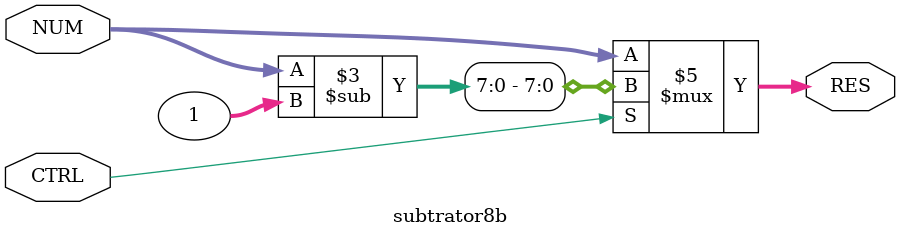
<source format=v>
module subtrator8b (
    CTRL, 
    NUM,
    RES
);
//recebe um controle e o multiplicador, retirando 1 e retornando o resultado.
input CTRL;
input [7:0] NUM;
output reg [7:0] RES;

always @(CTRL, NUM)
begin
    if (CTRL == 1'b1)
        RES <= NUM - 1;
    else
        RES <= NUM;
end
    
endmodule
</source>
